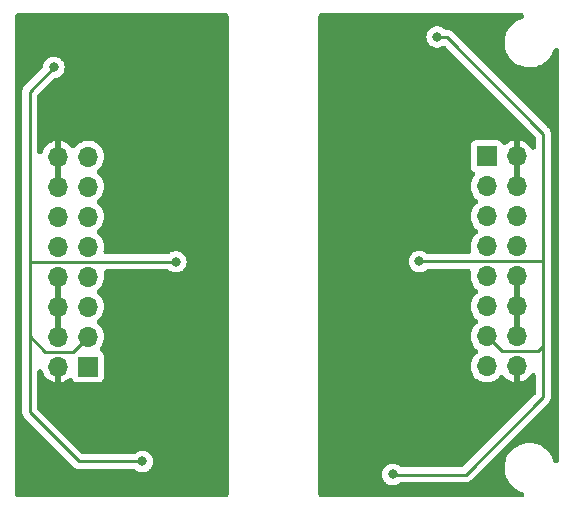
<source format=gbl>
G04 #@! TF.GenerationSoftware,KiCad,Pcbnew,(6.0.6)*
G04 #@! TF.CreationDate,2024-05-02T18:03:26+02:00*
G04 #@! TF.ProjectId,digital-isolator-2t6r,64696769-7461-46c2-9d69-736f6c61746f,rev?*
G04 #@! TF.SameCoordinates,Original*
G04 #@! TF.FileFunction,Copper,L2,Bot*
G04 #@! TF.FilePolarity,Positive*
%FSLAX46Y46*%
G04 Gerber Fmt 4.6, Leading zero omitted, Abs format (unit mm)*
G04 Created by KiCad (PCBNEW (6.0.6)) date 2024-05-02 18:03:26*
%MOMM*%
%LPD*%
G01*
G04 APERTURE LIST*
G04 #@! TA.AperFunction,ComponentPad*
%ADD10R,1.700000X1.700000*%
G04 #@! TD*
G04 #@! TA.AperFunction,ComponentPad*
%ADD11O,1.700000X1.700000*%
G04 #@! TD*
G04 #@! TA.AperFunction,ViaPad*
%ADD12C,0.800000*%
G04 #@! TD*
G04 #@! TA.AperFunction,Conductor*
%ADD13C,0.254000*%
G04 #@! TD*
G04 APERTURE END LIST*
D10*
X99050000Y-53275000D03*
D11*
X96510000Y-53275000D03*
X99050000Y-50735000D03*
X96510000Y-50735000D03*
X99050000Y-48195000D03*
X96510000Y-48195000D03*
X99050000Y-45655000D03*
X96510000Y-45655000D03*
X99050000Y-43115000D03*
X96510000Y-43115000D03*
X99050000Y-40575000D03*
X96510000Y-40575000D03*
X99050000Y-38035000D03*
X96510000Y-38035000D03*
X99050000Y-35495000D03*
X96510000Y-35495000D03*
D10*
X132800000Y-35475000D03*
D11*
X135340000Y-35475000D03*
X132800000Y-38015000D03*
X135340000Y-38015000D03*
X132800000Y-40555000D03*
X135340000Y-40555000D03*
X132800000Y-43095000D03*
X135340000Y-43095000D03*
X132800000Y-45635000D03*
X135340000Y-45635000D03*
X132800000Y-48175000D03*
X135340000Y-48175000D03*
X132800000Y-50715000D03*
X135340000Y-50715000D03*
X132800000Y-53255000D03*
X135340000Y-53255000D03*
D12*
X103759000Y-38836600D03*
X102590600Y-32639000D03*
X124841000Y-62407800D03*
X124663200Y-60325000D03*
X119507000Y-60502800D03*
X121208800Y-49250600D03*
X124002800Y-40233600D03*
X119507000Y-40513000D03*
X121234200Y-29337000D03*
X119583200Y-32893000D03*
X105638600Y-47320200D03*
X102870000Y-53009800D03*
X102870000Y-49022000D03*
X110210600Y-60502800D03*
X103638600Y-61315600D03*
X106476800Y-44399200D03*
X110185200Y-52908200D03*
X110109000Y-32893000D03*
X108305600Y-29337000D03*
X110185200Y-40538400D03*
X96150000Y-27950000D03*
X108250000Y-49250000D03*
X127101600Y-44373800D03*
X128600000Y-25380000D03*
D13*
X137600000Y-55846400D02*
X137600000Y-51500000D01*
X124866400Y-62433200D02*
X131013200Y-62433200D01*
X131013200Y-62433200D02*
X137600000Y-55846400D01*
X124841000Y-62407800D02*
X124866400Y-62433200D01*
X127105400Y-44370000D02*
X137547156Y-44370000D01*
X137547156Y-44370000D02*
X137588578Y-44411422D01*
X127101600Y-44373800D02*
X127105400Y-44370000D01*
X94100000Y-57143000D02*
X94100000Y-50700000D01*
X98272600Y-61315600D02*
X94100000Y-57143000D01*
X98272600Y-61315600D02*
X103638600Y-61315600D01*
X106476800Y-44399200D02*
X106476000Y-44400000D01*
X106476000Y-44400000D02*
X104367800Y-44400000D01*
X104367800Y-44400000D02*
X94100000Y-44400000D01*
X94100000Y-30000000D02*
X96150000Y-27950000D01*
X94100000Y-44400000D02*
X94100000Y-30000000D01*
X95420000Y-52020000D02*
X94100000Y-50700000D01*
X99050000Y-50735000D02*
X97765000Y-52020000D01*
X97765000Y-52020000D02*
X95420000Y-52020000D01*
X94100000Y-50700000D02*
X94100000Y-44400000D01*
X129420000Y-25380000D02*
X137600000Y-33560000D01*
X134065000Y-51980000D02*
X132800000Y-50715000D01*
X128600000Y-25380000D02*
X129420000Y-25380000D01*
X137120000Y-51980000D02*
X134065000Y-51980000D01*
X137600000Y-33560000D02*
X137600000Y-51500000D01*
X137600000Y-51500000D02*
X137120000Y-51980000D01*
G04 #@! TA.AperFunction,Conductor*
G36*
X110796288Y-23369454D02*
G01*
X110877070Y-23423430D01*
X110931046Y-23504212D01*
X110950000Y-23599500D01*
X110950000Y-64100500D01*
X110931046Y-64195788D01*
X110877070Y-64276570D01*
X110796288Y-64330546D01*
X110701000Y-64349500D01*
X93124500Y-64349500D01*
X93029212Y-64330546D01*
X92948430Y-64276570D01*
X92894454Y-64195788D01*
X92875500Y-64100500D01*
X92875500Y-29980133D01*
X93467825Y-29980133D01*
X93469299Y-29995726D01*
X93469299Y-29995729D01*
X93471395Y-30017898D01*
X93472500Y-30041332D01*
X93472500Y-44324294D01*
X93472009Y-44339928D01*
X93471696Y-44344898D01*
X93468761Y-44360286D01*
X93469745Y-44375920D01*
X93472009Y-44411912D01*
X93472500Y-44427547D01*
X93472500Y-50626534D01*
X93472250Y-50631844D01*
X93470320Y-50640477D01*
X93470812Y-50656134D01*
X93472377Y-50705945D01*
X93472500Y-50713765D01*
X93472500Y-57069534D01*
X93472250Y-57074844D01*
X93470320Y-57083477D01*
X93470812Y-57099134D01*
X93472377Y-57148945D01*
X93472500Y-57156765D01*
X93472500Y-57182476D01*
X93473481Y-57190241D01*
X93473622Y-57192476D01*
X93473991Y-57200298D01*
X93475299Y-57241943D01*
X93479670Y-57256988D01*
X93481069Y-57265821D01*
X93483188Y-57276053D01*
X93485420Y-57284746D01*
X93487384Y-57300293D01*
X93493151Y-57314858D01*
X93501347Y-57335560D01*
X93508945Y-57357752D01*
X93515161Y-57379149D01*
X93515163Y-57379154D01*
X93519532Y-57394191D01*
X93527507Y-57407676D01*
X93531063Y-57415893D01*
X93535665Y-57425288D01*
X93539980Y-57433137D01*
X93545747Y-57447703D01*
X93568048Y-57478397D01*
X93580925Y-57498001D01*
X93600237Y-57530656D01*
X93611314Y-57541733D01*
X93616800Y-57548806D01*
X93623598Y-57556765D01*
X93629730Y-57563295D01*
X93638937Y-57575967D01*
X93651007Y-57585952D01*
X93668156Y-57600139D01*
X93685508Y-57615927D01*
X97776945Y-61707364D01*
X97780520Y-61711293D01*
X97785260Y-61718762D01*
X97796674Y-61729480D01*
X97796676Y-61729483D01*
X97833002Y-61763595D01*
X97838619Y-61769038D01*
X97856805Y-61787224D01*
X97862980Y-61792014D01*
X97864694Y-61793525D01*
X97870479Y-61798789D01*
X97900833Y-61827293D01*
X97914559Y-61834839D01*
X97921793Y-61840095D01*
X97930546Y-61845844D01*
X97938256Y-61850404D01*
X97950638Y-61860008D01*
X97985456Y-61875075D01*
X98006516Y-61885393D01*
X98039766Y-61903672D01*
X98054939Y-61907568D01*
X98063290Y-61910874D01*
X98073153Y-61914251D01*
X98081769Y-61916754D01*
X98096142Y-61922974D01*
X98133607Y-61928907D01*
X98156586Y-61933666D01*
X98178150Y-61939203D01*
X98178151Y-61939203D01*
X98193328Y-61943100D01*
X98209001Y-61943100D01*
X98217883Y-61944222D01*
X98228300Y-61945042D01*
X98237256Y-61945324D01*
X98252733Y-61947775D01*
X98268326Y-61946301D01*
X98268329Y-61946301D01*
X98290498Y-61944205D01*
X98313932Y-61943100D01*
X102889352Y-61943100D01*
X102984640Y-61962054D01*
X103035710Y-61990654D01*
X103043282Y-61996155D01*
X103185870Y-62099751D01*
X103197789Y-62105058D01*
X103197793Y-62105060D01*
X103264607Y-62134807D01*
X103358797Y-62176744D01*
X103543954Y-62216100D01*
X103733246Y-62216100D01*
X103918403Y-62176744D01*
X104012593Y-62134807D01*
X104079407Y-62105060D01*
X104079411Y-62105058D01*
X104091330Y-62099751D01*
X104101886Y-62092082D01*
X104233919Y-61996155D01*
X104233922Y-61996152D01*
X104244471Y-61988488D01*
X104253199Y-61978795D01*
X104362399Y-61857517D01*
X104362403Y-61857512D01*
X104371133Y-61847816D01*
X104465779Y-61683884D01*
X104524274Y-61503856D01*
X104544060Y-61315600D01*
X104524274Y-61127344D01*
X104465779Y-60947316D01*
X104371133Y-60783384D01*
X104362403Y-60773688D01*
X104362399Y-60773683D01*
X104253199Y-60652405D01*
X104253197Y-60652403D01*
X104244471Y-60642712D01*
X104233922Y-60635048D01*
X104233919Y-60635045D01*
X104101886Y-60539118D01*
X104101884Y-60539117D01*
X104091330Y-60531449D01*
X104079411Y-60526142D01*
X104079407Y-60526140D01*
X104012593Y-60496393D01*
X103918403Y-60454456D01*
X103733246Y-60415100D01*
X103543954Y-60415100D01*
X103358797Y-60454456D01*
X103264607Y-60496393D01*
X103197793Y-60526140D01*
X103197789Y-60526142D01*
X103185870Y-60531449D01*
X103175316Y-60539117D01*
X103175314Y-60539118D01*
X103035710Y-60640546D01*
X102947479Y-60681220D01*
X102889352Y-60688100D01*
X98635659Y-60688100D01*
X98540371Y-60669146D01*
X98459589Y-60615170D01*
X94800430Y-56956011D01*
X94746454Y-56875229D01*
X94727500Y-56779941D01*
X94727500Y-53729964D01*
X94746454Y-53634676D01*
X94800430Y-53553894D01*
X94881212Y-53499918D01*
X94976500Y-53480964D01*
X95071788Y-53499918D01*
X95152570Y-53553894D01*
X95206546Y-53634676D01*
X95217016Y-53665518D01*
X95233757Y-53727995D01*
X95241164Y-53748344D01*
X95331805Y-53942725D01*
X95342635Y-53961482D01*
X95465653Y-54137170D01*
X95479576Y-54153764D01*
X95631239Y-54305427D01*
X95647823Y-54319343D01*
X95823522Y-54442369D01*
X95842268Y-54453192D01*
X96036657Y-54543837D01*
X96057014Y-54551246D01*
X96236309Y-54599288D01*
X96257123Y-54600652D01*
X96259011Y-54596825D01*
X96260000Y-54589311D01*
X96260000Y-52896500D01*
X96278954Y-52801212D01*
X96332930Y-52720430D01*
X96413712Y-52666454D01*
X96509000Y-52647500D01*
X96511000Y-52647500D01*
X96606288Y-52666454D01*
X96687070Y-52720430D01*
X96741046Y-52801212D01*
X96760000Y-52896500D01*
X96760000Y-54581109D01*
X96764069Y-54601567D01*
X96768257Y-54602400D01*
X96775771Y-54601410D01*
X96962986Y-54551246D01*
X96983343Y-54543837D01*
X97177732Y-54453192D01*
X97196478Y-54442369D01*
X97372172Y-54319346D01*
X97386648Y-54307199D01*
X97471826Y-54260468D01*
X97568404Y-54249890D01*
X97661678Y-54277076D01*
X97737448Y-54337887D01*
X97754732Y-54363178D01*
X97756474Y-54367824D01*
X97767109Y-54382014D01*
X97767110Y-54382016D01*
X97812343Y-54442369D01*
X97842454Y-54482546D01*
X97957176Y-54568526D01*
X97973787Y-54574753D01*
X98076804Y-54613372D01*
X98076805Y-54613372D01*
X98091420Y-54618851D01*
X98152623Y-54625500D01*
X99049400Y-54625500D01*
X99947376Y-54625499D01*
X100008580Y-54618851D01*
X100142824Y-54568526D01*
X100257546Y-54482546D01*
X100343526Y-54367824D01*
X100393851Y-54233580D01*
X100400500Y-54172377D01*
X100400499Y-52377624D01*
X100393851Y-52316420D01*
X100343526Y-52182176D01*
X100257546Y-52067454D01*
X100146472Y-51984208D01*
X100146466Y-51984203D01*
X100142824Y-51981474D01*
X100142972Y-51981277D01*
X100079334Y-51927970D01*
X100034400Y-51841831D01*
X100025850Y-51745053D01*
X100054986Y-51652369D01*
X100081884Y-51613012D01*
X100088495Y-51606401D01*
X100224035Y-51412829D01*
X100267523Y-51319570D01*
X100319307Y-51208520D01*
X100319309Y-51208516D01*
X100323903Y-51198663D01*
X100385063Y-50970408D01*
X100405659Y-50735000D01*
X100385063Y-50499592D01*
X100323903Y-50271337D01*
X100224035Y-50057171D01*
X100088495Y-49863599D01*
X99921401Y-49696505D01*
X99912497Y-49690270D01*
X99882075Y-49668968D01*
X99814892Y-49598786D01*
X99779680Y-49508237D01*
X99781800Y-49411105D01*
X99820929Y-49322178D01*
X99882075Y-49261032D01*
X99912497Y-49239730D01*
X99912499Y-49239728D01*
X99921401Y-49233495D01*
X100088495Y-49066401D01*
X100224035Y-48872829D01*
X100323903Y-48658663D01*
X100385063Y-48430408D01*
X100405659Y-48195000D01*
X100385063Y-47959592D01*
X100323903Y-47731337D01*
X100224035Y-47517171D01*
X100088495Y-47323599D01*
X99921401Y-47156505D01*
X99912497Y-47150270D01*
X99882075Y-47128968D01*
X99814892Y-47058786D01*
X99779680Y-46968237D01*
X99781800Y-46871105D01*
X99820929Y-46782178D01*
X99882075Y-46721032D01*
X99912497Y-46699730D01*
X99912499Y-46699728D01*
X99921401Y-46693495D01*
X100088495Y-46526401D01*
X100224035Y-46332829D01*
X100323903Y-46118663D01*
X100385063Y-45890408D01*
X100405659Y-45655000D01*
X100385063Y-45419592D01*
X100363990Y-45340945D01*
X100357636Y-45243998D01*
X100388866Y-45151999D01*
X100452925Y-45078954D01*
X100540061Y-45035984D01*
X100604506Y-45027500D01*
X105728653Y-45027500D01*
X105823941Y-45046454D01*
X105875011Y-45075054D01*
X105881482Y-45079755D01*
X106024070Y-45183351D01*
X106035989Y-45188658D01*
X106035993Y-45188660D01*
X106102807Y-45218407D01*
X106196997Y-45260344D01*
X106382154Y-45299700D01*
X106571446Y-45299700D01*
X106756603Y-45260344D01*
X106850793Y-45218407D01*
X106917607Y-45188660D01*
X106917611Y-45188658D01*
X106929530Y-45183351D01*
X106972683Y-45151999D01*
X107072119Y-45079755D01*
X107072122Y-45079752D01*
X107082671Y-45072088D01*
X107105752Y-45046454D01*
X107200599Y-44941117D01*
X107200603Y-44941112D01*
X107209333Y-44931416D01*
X107303979Y-44767484D01*
X107362474Y-44587456D01*
X107382260Y-44399200D01*
X107362474Y-44210944D01*
X107303979Y-44030916D01*
X107209333Y-43866984D01*
X107200603Y-43857288D01*
X107200599Y-43857283D01*
X107091399Y-43736005D01*
X107091397Y-43736003D01*
X107082671Y-43726312D01*
X107072122Y-43718648D01*
X107072119Y-43718645D01*
X106940086Y-43622718D01*
X106940084Y-43622717D01*
X106929530Y-43615049D01*
X106917611Y-43609742D01*
X106917607Y-43609740D01*
X106847807Y-43578663D01*
X106756603Y-43538056D01*
X106571446Y-43498700D01*
X106382154Y-43498700D01*
X106196997Y-43538056D01*
X106105793Y-43578663D01*
X106035993Y-43609740D01*
X106035989Y-43609742D01*
X106024070Y-43615049D01*
X106013516Y-43622717D01*
X106013514Y-43622718D01*
X105872809Y-43724946D01*
X105784578Y-43765620D01*
X105726451Y-43772500D01*
X100596467Y-43772500D01*
X100501179Y-43753546D01*
X100420397Y-43699570D01*
X100366421Y-43618788D01*
X100347467Y-43523500D01*
X100355952Y-43459054D01*
X100382248Y-43360917D01*
X100382250Y-43360908D01*
X100385063Y-43350408D01*
X100405659Y-43115000D01*
X100385063Y-42879592D01*
X100323903Y-42651337D01*
X100224035Y-42437171D01*
X100088495Y-42243599D01*
X99921401Y-42076505D01*
X99912497Y-42070270D01*
X99882075Y-42048968D01*
X99814892Y-41978786D01*
X99779680Y-41888237D01*
X99781800Y-41791105D01*
X99820929Y-41702178D01*
X99882075Y-41641032D01*
X99912497Y-41619730D01*
X99912499Y-41619728D01*
X99921401Y-41613495D01*
X100088495Y-41446401D01*
X100224035Y-41252829D01*
X100323903Y-41038663D01*
X100385063Y-40810408D01*
X100405659Y-40575000D01*
X100385063Y-40339592D01*
X100323903Y-40111337D01*
X100224035Y-39897171D01*
X100088495Y-39703599D01*
X99921401Y-39536505D01*
X99912497Y-39530270D01*
X99882075Y-39508968D01*
X99814892Y-39438786D01*
X99779680Y-39348237D01*
X99781800Y-39251105D01*
X99820929Y-39162178D01*
X99882075Y-39101032D01*
X99912497Y-39079730D01*
X99912499Y-39079728D01*
X99921401Y-39073495D01*
X100088495Y-38906401D01*
X100224035Y-38712829D01*
X100323903Y-38498663D01*
X100385063Y-38270408D01*
X100405659Y-38035000D01*
X100385063Y-37799592D01*
X100323903Y-37571337D01*
X100224035Y-37357171D01*
X100088495Y-37163599D01*
X99921401Y-36996505D01*
X99912497Y-36990270D01*
X99882075Y-36968968D01*
X99814892Y-36898786D01*
X99779680Y-36808237D01*
X99781800Y-36711105D01*
X99820929Y-36622178D01*
X99882075Y-36561032D01*
X99912497Y-36539730D01*
X99912499Y-36539728D01*
X99921401Y-36533495D01*
X100088495Y-36366401D01*
X100224035Y-36172829D01*
X100323903Y-35958663D01*
X100385063Y-35730408D01*
X100405659Y-35495000D01*
X100385063Y-35259592D01*
X100323903Y-35031337D01*
X100224035Y-34817171D01*
X100088495Y-34623599D01*
X99921401Y-34456505D01*
X99912503Y-34450275D01*
X99912500Y-34450272D01*
X99736729Y-34327196D01*
X99736728Y-34327195D01*
X99727830Y-34320965D01*
X99717985Y-34316374D01*
X99717983Y-34316373D01*
X99524533Y-34226166D01*
X99513663Y-34221097D01*
X99503165Y-34218284D01*
X99503162Y-34218283D01*
X99325621Y-34170712D01*
X99285408Y-34159937D01*
X99274575Y-34158989D01*
X99274574Y-34158989D01*
X99060835Y-34140289D01*
X99050000Y-34139341D01*
X99039165Y-34140289D01*
X98825426Y-34158989D01*
X98825425Y-34158989D01*
X98814592Y-34159937D01*
X98586337Y-34221097D01*
X98576484Y-34225691D01*
X98576480Y-34225693D01*
X98382027Y-34316369D01*
X98372171Y-34320965D01*
X98178599Y-34456505D01*
X98011505Y-34623599D01*
X98005269Y-34632505D01*
X97983662Y-34663363D01*
X97913480Y-34730546D01*
X97822931Y-34765758D01*
X97725799Y-34763638D01*
X97636872Y-34724509D01*
X97575724Y-34663360D01*
X97554345Y-34632827D01*
X97540424Y-34616236D01*
X97388761Y-34464573D01*
X97372177Y-34450657D01*
X97196478Y-34327631D01*
X97177732Y-34316808D01*
X96983343Y-34226163D01*
X96962986Y-34218754D01*
X96783691Y-34170712D01*
X96762877Y-34169348D01*
X96760989Y-34173175D01*
X96760000Y-34180689D01*
X96760000Y-38036000D01*
X96741046Y-38131288D01*
X96687070Y-38212070D01*
X96606288Y-38266046D01*
X96511000Y-38285000D01*
X96509000Y-38285000D01*
X96413712Y-38266046D01*
X96332930Y-38212070D01*
X96278954Y-38131288D01*
X96260000Y-38036000D01*
X96260000Y-34188891D01*
X96255931Y-34168433D01*
X96251743Y-34167600D01*
X96244229Y-34168590D01*
X96057015Y-34218754D01*
X96036652Y-34226166D01*
X95842275Y-34316805D01*
X95823518Y-34327635D01*
X95647830Y-34450653D01*
X95631236Y-34464576D01*
X95479576Y-34616236D01*
X95465653Y-34632830D01*
X95342635Y-34808518D01*
X95331805Y-34827275D01*
X95241164Y-35021656D01*
X95233757Y-35042005D01*
X95217016Y-35104482D01*
X95174045Y-35191617D01*
X95101000Y-35255676D01*
X95009001Y-35286906D01*
X94912054Y-35280552D01*
X94824919Y-35237581D01*
X94760860Y-35164536D01*
X94729630Y-35072537D01*
X94727500Y-35040036D01*
X94727500Y-30363059D01*
X94746454Y-30267771D01*
X94800430Y-30186989D01*
X96063989Y-28923430D01*
X96144771Y-28869454D01*
X96218919Y-28854705D01*
X96218620Y-28851864D01*
X96231597Y-28850500D01*
X96244646Y-28850500D01*
X96429803Y-28811144D01*
X96523993Y-28769207D01*
X96590807Y-28739460D01*
X96590811Y-28739458D01*
X96602730Y-28734151D01*
X96613286Y-28726482D01*
X96745319Y-28630555D01*
X96745322Y-28630552D01*
X96755871Y-28622888D01*
X96764599Y-28613195D01*
X96873799Y-28491917D01*
X96873803Y-28491912D01*
X96882533Y-28482216D01*
X96977179Y-28318284D01*
X97035674Y-28138256D01*
X97055460Y-27950000D01*
X97035674Y-27761744D01*
X96977179Y-27581716D01*
X96882533Y-27417784D01*
X96873803Y-27408088D01*
X96873799Y-27408083D01*
X96764599Y-27286805D01*
X96764597Y-27286803D01*
X96755871Y-27277112D01*
X96745322Y-27269448D01*
X96745319Y-27269445D01*
X96613286Y-27173518D01*
X96613284Y-27173517D01*
X96602730Y-27165849D01*
X96590811Y-27160542D01*
X96590807Y-27160540D01*
X96523993Y-27130793D01*
X96429803Y-27088856D01*
X96244646Y-27049500D01*
X96055354Y-27049500D01*
X95870197Y-27088856D01*
X95776007Y-27130793D01*
X95709193Y-27160540D01*
X95709189Y-27160542D01*
X95697270Y-27165849D01*
X95686716Y-27173517D01*
X95686714Y-27173518D01*
X95554681Y-27269445D01*
X95554678Y-27269448D01*
X95544129Y-27277112D01*
X95535403Y-27286803D01*
X95535401Y-27286805D01*
X95426201Y-27408083D01*
X95426197Y-27408088D01*
X95417467Y-27417784D01*
X95322821Y-27581716D01*
X95264326Y-27761744D01*
X95262962Y-27774722D01*
X95251638Y-27882466D01*
X95222828Y-27975251D01*
X95180072Y-28032509D01*
X93708236Y-29504345D01*
X93704307Y-29507920D01*
X93696838Y-29512660D01*
X93686120Y-29524074D01*
X93686117Y-29524076D01*
X93652005Y-29560402D01*
X93646562Y-29566019D01*
X93628377Y-29584204D01*
X93623587Y-29590379D01*
X93622076Y-29592093D01*
X93616812Y-29597878D01*
X93588307Y-29628233D01*
X93580761Y-29641959D01*
X93575505Y-29649193D01*
X93569756Y-29657946D01*
X93565196Y-29665656D01*
X93555592Y-29678038D01*
X93549370Y-29692416D01*
X93540528Y-29712849D01*
X93530207Y-29733916D01*
X93511928Y-29767166D01*
X93508032Y-29782339D01*
X93504726Y-29790690D01*
X93501349Y-29800553D01*
X93498846Y-29809169D01*
X93492626Y-29823542D01*
X93490176Y-29839014D01*
X93486693Y-29861005D01*
X93481934Y-29883986D01*
X93472500Y-29920728D01*
X93472500Y-29936401D01*
X93471378Y-29945283D01*
X93470558Y-29955700D01*
X93470276Y-29964656D01*
X93467825Y-29980133D01*
X92875500Y-29980133D01*
X92875500Y-23599500D01*
X92894454Y-23504212D01*
X92948430Y-23423430D01*
X93029212Y-23369454D01*
X93124500Y-23350500D01*
X110701000Y-23350500D01*
X110796288Y-23369454D01*
G37*
G04 #@! TD.AperFunction*
G04 #@! TA.AperFunction,Conductor*
G36*
X96606288Y-45423954D02*
G01*
X96687070Y-45477930D01*
X96741046Y-45558712D01*
X96760000Y-45654000D01*
X96760000Y-51143500D01*
X96741046Y-51238788D01*
X96687070Y-51319570D01*
X96606288Y-51373546D01*
X96511000Y-51392500D01*
X96509000Y-51392500D01*
X96413712Y-51373546D01*
X96332930Y-51319570D01*
X96278954Y-51238788D01*
X96260000Y-51143500D01*
X96260000Y-45654000D01*
X96278954Y-45558712D01*
X96332930Y-45477930D01*
X96413712Y-45423954D01*
X96509000Y-45405000D01*
X96511000Y-45405000D01*
X96606288Y-45423954D01*
G37*
G04 #@! TD.AperFunction*
G04 #@! TA.AperFunction,Conductor*
G36*
X135831905Y-23369454D02*
G01*
X135912687Y-23423430D01*
X135966663Y-23504212D01*
X135985617Y-23599500D01*
X135966663Y-23694788D01*
X135912687Y-23775570D01*
X135831905Y-23829546D01*
X135819735Y-23834218D01*
X135583842Y-23917752D01*
X135576321Y-23921634D01*
X135576316Y-23921636D01*
X135464589Y-23979303D01*
X135329342Y-24049109D01*
X135095024Y-24213791D01*
X134885224Y-24408749D01*
X134879850Y-24415315D01*
X134709194Y-24623814D01*
X134709189Y-24623821D01*
X134703823Y-24630377D01*
X134688308Y-24655695D01*
X134578068Y-24835592D01*
X134554180Y-24874573D01*
X134439062Y-25136818D01*
X134436742Y-25144961D01*
X134436741Y-25144965D01*
X134423416Y-25191744D01*
X134360600Y-25412261D01*
X134320246Y-25695804D01*
X134319912Y-25759589D01*
X134319063Y-25921917D01*
X134318747Y-25982200D01*
X134356129Y-26266149D01*
X134431702Y-26542398D01*
X134544068Y-26805835D01*
X134548422Y-26813110D01*
X134548423Y-26813112D01*
X134560116Y-26832650D01*
X134691146Y-27051585D01*
X134870215Y-27275100D01*
X135077962Y-27472245D01*
X135310543Y-27639371D01*
X135563653Y-27773386D01*
X135832610Y-27871810D01*
X135840883Y-27873614D01*
X135840887Y-27873615D01*
X136104147Y-27931015D01*
X136104151Y-27931016D01*
X136112436Y-27932822D01*
X136120887Y-27933487D01*
X136120893Y-27933488D01*
X136220698Y-27941343D01*
X136337053Y-27950500D01*
X136491992Y-27950500D01*
X136616517Y-27942011D01*
X136697278Y-27936505D01*
X136697283Y-27936504D01*
X136705737Y-27935928D01*
X136714031Y-27934210D01*
X136714034Y-27934210D01*
X136977890Y-27879568D01*
X136986186Y-27877850D01*
X137256158Y-27782248D01*
X137263679Y-27778366D01*
X137263684Y-27778364D01*
X137375411Y-27720697D01*
X137510658Y-27650891D01*
X137744976Y-27486209D01*
X137954776Y-27291251D01*
X137998855Y-27237397D01*
X138130806Y-27076186D01*
X138130811Y-27076179D01*
X138136177Y-27069623D01*
X138285820Y-26825427D01*
X138400938Y-26563182D01*
X138406859Y-26542398D01*
X138436026Y-26440005D01*
X138480360Y-26353555D01*
X138554403Y-26290652D01*
X138646881Y-26260871D01*
X138743716Y-26268747D01*
X138830166Y-26313081D01*
X138893069Y-26387124D01*
X138922850Y-26479602D01*
X138924500Y-26508221D01*
X138924500Y-61190692D01*
X138905546Y-61285980D01*
X138851570Y-61366762D01*
X138770788Y-61420738D01*
X138675500Y-61439692D01*
X138580212Y-61420738D01*
X138499430Y-61366762D01*
X138445454Y-61285980D01*
X138435325Y-61256396D01*
X138410534Y-61165777D01*
X138408298Y-61157602D01*
X138295932Y-60894165D01*
X138284207Y-60874573D01*
X138153211Y-60655695D01*
X138148854Y-60648415D01*
X137969785Y-60424900D01*
X137762038Y-60227755D01*
X137529457Y-60060629D01*
X137276347Y-59926614D01*
X137007390Y-59828190D01*
X136999117Y-59826386D01*
X136999113Y-59826385D01*
X136735853Y-59768985D01*
X136735849Y-59768984D01*
X136727564Y-59767178D01*
X136719113Y-59766513D01*
X136719107Y-59766512D01*
X136619302Y-59758657D01*
X136502947Y-59749500D01*
X136348008Y-59749500D01*
X136223483Y-59757989D01*
X136142722Y-59763495D01*
X136142717Y-59763496D01*
X136134263Y-59764072D01*
X136125969Y-59765790D01*
X136125966Y-59765790D01*
X135877041Y-59817340D01*
X135853814Y-59822150D01*
X135583842Y-59917752D01*
X135576321Y-59921634D01*
X135576316Y-59921636D01*
X135464589Y-59979303D01*
X135329342Y-60049109D01*
X135095024Y-60213791D01*
X134885224Y-60408749D01*
X134879850Y-60415315D01*
X134709194Y-60623814D01*
X134709189Y-60623821D01*
X134703823Y-60630377D01*
X134554180Y-60874573D01*
X134439062Y-61136818D01*
X134436742Y-61144961D01*
X134436741Y-61144965D01*
X134407494Y-61247640D01*
X134360600Y-61412261D01*
X134320246Y-61695804D01*
X134318747Y-61982200D01*
X134356129Y-62266149D01*
X134431702Y-62542398D01*
X134544068Y-62805835D01*
X134548422Y-62813110D01*
X134548423Y-62813112D01*
X134560116Y-62832650D01*
X134691146Y-63051585D01*
X134870215Y-63275100D01*
X135077962Y-63472245D01*
X135310543Y-63639371D01*
X135563653Y-63773386D01*
X135816138Y-63865782D01*
X135818551Y-63866665D01*
X135901522Y-63917212D01*
X135958834Y-63995662D01*
X135981762Y-64090073D01*
X135966815Y-64186071D01*
X135916268Y-64269042D01*
X135837818Y-64326354D01*
X135743407Y-64349282D01*
X135732980Y-64349500D01*
X118799000Y-64349500D01*
X118703712Y-64330546D01*
X118622930Y-64276570D01*
X118568954Y-64195788D01*
X118550000Y-64100500D01*
X118550000Y-62407800D01*
X123935540Y-62407800D01*
X123955326Y-62596056D01*
X124013821Y-62776084D01*
X124108467Y-62940016D01*
X124117197Y-62949712D01*
X124117201Y-62949717D01*
X124223326Y-63067580D01*
X124235129Y-63080688D01*
X124245678Y-63088352D01*
X124245681Y-63088355D01*
X124273070Y-63108254D01*
X124388270Y-63191951D01*
X124400189Y-63197258D01*
X124400193Y-63197260D01*
X124467007Y-63227007D01*
X124561197Y-63268944D01*
X124746354Y-63308300D01*
X124935646Y-63308300D01*
X125120803Y-63268944D01*
X125214993Y-63227007D01*
X125281807Y-63197260D01*
X125281811Y-63197258D01*
X125293730Y-63191951D01*
X125408930Y-63108254D01*
X125497161Y-63067580D01*
X125555288Y-63060700D01*
X130939734Y-63060700D01*
X130945044Y-63060950D01*
X130953677Y-63062880D01*
X131019146Y-63060823D01*
X131026965Y-63060700D01*
X131052676Y-63060700D01*
X131060441Y-63059719D01*
X131062676Y-63059578D01*
X131070498Y-63059209D01*
X131081744Y-63058856D01*
X131096482Y-63058393D01*
X131112143Y-63057901D01*
X131127188Y-63053530D01*
X131136021Y-63052131D01*
X131146253Y-63050012D01*
X131154946Y-63047780D01*
X131170493Y-63045816D01*
X131205761Y-63031853D01*
X131227952Y-63024255D01*
X131249349Y-63018039D01*
X131249354Y-63018037D01*
X131264391Y-63013668D01*
X131277876Y-63005693D01*
X131286093Y-63002137D01*
X131295488Y-62997535D01*
X131303337Y-62993220D01*
X131317903Y-62987453D01*
X131348597Y-62965152D01*
X131368201Y-62952275D01*
X131387367Y-62940940D01*
X131400856Y-62932963D01*
X131411933Y-62921886D01*
X131419006Y-62916400D01*
X131426965Y-62909602D01*
X131433495Y-62903470D01*
X131446167Y-62894263D01*
X131470339Y-62865044D01*
X131486127Y-62847692D01*
X137991764Y-56342055D01*
X137995693Y-56338480D01*
X138003162Y-56333740D01*
X138013880Y-56322326D01*
X138013883Y-56322324D01*
X138047995Y-56285998D01*
X138053438Y-56280381D01*
X138071623Y-56262196D01*
X138076413Y-56256021D01*
X138077924Y-56254307D01*
X138083188Y-56248522D01*
X138100970Y-56229586D01*
X138100971Y-56229585D01*
X138111693Y-56218167D01*
X138119239Y-56204441D01*
X138124495Y-56197207D01*
X138130244Y-56188454D01*
X138134804Y-56180744D01*
X138144408Y-56168362D01*
X138159475Y-56133544D01*
X138169793Y-56112484D01*
X138180525Y-56092962D01*
X138188072Y-56079234D01*
X138191968Y-56064061D01*
X138195274Y-56055710D01*
X138198651Y-56045847D01*
X138201154Y-56037231D01*
X138207374Y-56022858D01*
X138213307Y-55985393D01*
X138218066Y-55962414D01*
X138223603Y-55940850D01*
X138223603Y-55940849D01*
X138227500Y-55925672D01*
X138227500Y-55909999D01*
X138228622Y-55901117D01*
X138229442Y-55890700D01*
X138229724Y-55881744D01*
X138232175Y-55866267D01*
X138228605Y-55828502D01*
X138227500Y-55805068D01*
X138227500Y-51568978D01*
X138229442Y-51544300D01*
X138229724Y-51535344D01*
X138232175Y-51519867D01*
X138228605Y-51482102D01*
X138227500Y-51458668D01*
X138227500Y-33633466D01*
X138227750Y-33628156D01*
X138229680Y-33619523D01*
X138227623Y-33554054D01*
X138227500Y-33546235D01*
X138227500Y-33520524D01*
X138226519Y-33512759D01*
X138226378Y-33510524D01*
X138226009Y-33502699D01*
X138225193Y-33476718D01*
X138224701Y-33461057D01*
X138220330Y-33446012D01*
X138218931Y-33437179D01*
X138216812Y-33426947D01*
X138214580Y-33418254D01*
X138212616Y-33402707D01*
X138198653Y-33367439D01*
X138191055Y-33345248D01*
X138184839Y-33323851D01*
X138184837Y-33323846D01*
X138180468Y-33308809D01*
X138172493Y-33295324D01*
X138168937Y-33287107D01*
X138164335Y-33277712D01*
X138160020Y-33269863D01*
X138154253Y-33255297D01*
X138131952Y-33224603D01*
X138119075Y-33204999D01*
X138107740Y-33185833D01*
X138099763Y-33172344D01*
X138088686Y-33161267D01*
X138083200Y-33154194D01*
X138076402Y-33146235D01*
X138070270Y-33139705D01*
X138061063Y-33127033D01*
X138031844Y-33102861D01*
X138014492Y-33087073D01*
X129915655Y-24988236D01*
X129912080Y-24984307D01*
X129907340Y-24976838D01*
X129895926Y-24966120D01*
X129895924Y-24966117D01*
X129859598Y-24932005D01*
X129853981Y-24926562D01*
X129835796Y-24908377D01*
X129829621Y-24903587D01*
X129827907Y-24902076D01*
X129822122Y-24896812D01*
X129803186Y-24879030D01*
X129803185Y-24879029D01*
X129791767Y-24868307D01*
X129778041Y-24860761D01*
X129770807Y-24855505D01*
X129762054Y-24849756D01*
X129754344Y-24845196D01*
X129741962Y-24835592D01*
X129707144Y-24820525D01*
X129686084Y-24810207D01*
X129666562Y-24799475D01*
X129652834Y-24791928D01*
X129637661Y-24788032D01*
X129629310Y-24784726D01*
X129619447Y-24781349D01*
X129610831Y-24778846D01*
X129596458Y-24772626D01*
X129558993Y-24766693D01*
X129536014Y-24761934D01*
X129514450Y-24756397D01*
X129514449Y-24756397D01*
X129499272Y-24752500D01*
X129483599Y-24752500D01*
X129474717Y-24751378D01*
X129464300Y-24750558D01*
X129455344Y-24750276D01*
X129439867Y-24747825D01*
X129424274Y-24749299D01*
X129424271Y-24749299D01*
X129402102Y-24751395D01*
X129378668Y-24752500D01*
X129349248Y-24752500D01*
X129253960Y-24733546D01*
X129202890Y-24704946D01*
X129063286Y-24603518D01*
X129063284Y-24603517D01*
X129052730Y-24595849D01*
X129040811Y-24590542D01*
X129040807Y-24590540D01*
X128973993Y-24560793D01*
X128879803Y-24518856D01*
X128694646Y-24479500D01*
X128505354Y-24479500D01*
X128320197Y-24518856D01*
X128226007Y-24560793D01*
X128159193Y-24590540D01*
X128159189Y-24590542D01*
X128147270Y-24595849D01*
X128136716Y-24603517D01*
X128136714Y-24603518D01*
X128004681Y-24699445D01*
X128004678Y-24699448D01*
X127994129Y-24707112D01*
X127985403Y-24716803D01*
X127985401Y-24716805D01*
X127876201Y-24838083D01*
X127876197Y-24838088D01*
X127867467Y-24847784D01*
X127772821Y-25011716D01*
X127768788Y-25024129D01*
X127727954Y-25149803D01*
X127714326Y-25191744D01*
X127694540Y-25380000D01*
X127714326Y-25568256D01*
X127772821Y-25748284D01*
X127867467Y-25912216D01*
X127876197Y-25921912D01*
X127876201Y-25921917D01*
X127950286Y-26004196D01*
X127994129Y-26052888D01*
X128004678Y-26060552D01*
X128004681Y-26060555D01*
X128110147Y-26137180D01*
X128147270Y-26164151D01*
X128159189Y-26169458D01*
X128159193Y-26169460D01*
X128183208Y-26180152D01*
X128320197Y-26241144D01*
X128505354Y-26280500D01*
X128694646Y-26280500D01*
X128879803Y-26241144D01*
X129016792Y-26180152D01*
X129040809Y-26169459D01*
X129040812Y-26169457D01*
X129052730Y-26164151D01*
X129057357Y-26160789D01*
X129145640Y-26130823D01*
X129242586Y-26137180D01*
X129329721Y-26180152D01*
X129354205Y-26201624D01*
X136899570Y-33746989D01*
X136953546Y-33827771D01*
X136972500Y-33923059D01*
X136972500Y-34664875D01*
X136953546Y-34760163D01*
X136899570Y-34840945D01*
X136818788Y-34894921D01*
X136723500Y-34913875D01*
X136628212Y-34894921D01*
X136547430Y-34840945D01*
X136513883Y-34797224D01*
X136513600Y-34797422D01*
X136509060Y-34790939D01*
X136507859Y-34789373D01*
X136507365Y-34788518D01*
X136384347Y-34612830D01*
X136370424Y-34596236D01*
X136218761Y-34444573D01*
X136202177Y-34430657D01*
X136026478Y-34307631D01*
X136007732Y-34296808D01*
X135813343Y-34206163D01*
X135792986Y-34198754D01*
X135613691Y-34150712D01*
X135592877Y-34149348D01*
X135590989Y-34153175D01*
X135590000Y-34160689D01*
X135590000Y-38016000D01*
X135571046Y-38111288D01*
X135517070Y-38192070D01*
X135436288Y-38246046D01*
X135341000Y-38265000D01*
X135339000Y-38265000D01*
X135243712Y-38246046D01*
X135162930Y-38192070D01*
X135108954Y-38111288D01*
X135090000Y-38016000D01*
X135090000Y-34168891D01*
X135085931Y-34148433D01*
X135081743Y-34147600D01*
X135074229Y-34148590D01*
X134887015Y-34198754D01*
X134866652Y-34206166D01*
X134672275Y-34296805D01*
X134653518Y-34307635D01*
X134477829Y-34430653D01*
X134463348Y-34442804D01*
X134378169Y-34489533D01*
X134281591Y-34500109D01*
X134188318Y-34472921D01*
X134112549Y-34412109D01*
X134095268Y-34386822D01*
X134093526Y-34382176D01*
X134082888Y-34367981D01*
X134018187Y-34281652D01*
X134007546Y-34267454D01*
X133892824Y-34181474D01*
X133802464Y-34147600D01*
X133773196Y-34136628D01*
X133773195Y-34136628D01*
X133758580Y-34131149D01*
X133697377Y-34124500D01*
X132800600Y-34124500D01*
X131902624Y-34124501D01*
X131841420Y-34131149D01*
X131707176Y-34181474D01*
X131592454Y-34267454D01*
X131506474Y-34382176D01*
X131500247Y-34398787D01*
X131462264Y-34500109D01*
X131456149Y-34516420D01*
X131449500Y-34577623D01*
X131449501Y-36372376D01*
X131456149Y-36433580D01*
X131506474Y-36567824D01*
X131592454Y-36682546D01*
X131703528Y-36765792D01*
X131703534Y-36765797D01*
X131707176Y-36768526D01*
X131707028Y-36768723D01*
X131770666Y-36822030D01*
X131815600Y-36908169D01*
X131824150Y-37004947D01*
X131795014Y-37097631D01*
X131768116Y-37136988D01*
X131761505Y-37143599D01*
X131625965Y-37337171D01*
X131621369Y-37347027D01*
X131571545Y-37453875D01*
X131526097Y-37551337D01*
X131464937Y-37779592D01*
X131444341Y-38015000D01*
X131464937Y-38250408D01*
X131526097Y-38478663D01*
X131625965Y-38692829D01*
X131761505Y-38886401D01*
X131928599Y-39053495D01*
X131937501Y-39059728D01*
X131937503Y-39059730D01*
X131967923Y-39081030D01*
X132035108Y-39151211D01*
X132070321Y-39241760D01*
X132068202Y-39338892D01*
X132029074Y-39427819D01*
X131967926Y-39488968D01*
X131928599Y-39516505D01*
X131761505Y-39683599D01*
X131625965Y-39877171D01*
X131526097Y-40091337D01*
X131464937Y-40319592D01*
X131444341Y-40555000D01*
X131464937Y-40790408D01*
X131526097Y-41018663D01*
X131625965Y-41232829D01*
X131761505Y-41426401D01*
X131928599Y-41593495D01*
X131937501Y-41599728D01*
X131937503Y-41599730D01*
X131967923Y-41621030D01*
X132035108Y-41691211D01*
X132070321Y-41781760D01*
X132068202Y-41878892D01*
X132029074Y-41967819D01*
X131967926Y-42028968D01*
X131928599Y-42056505D01*
X131761505Y-42223599D01*
X131625965Y-42417171D01*
X131526097Y-42631337D01*
X131464937Y-42859592D01*
X131444341Y-43095000D01*
X131464937Y-43330408D01*
X131467751Y-43340909D01*
X131491369Y-43429055D01*
X131497723Y-43526002D01*
X131466493Y-43618001D01*
X131402434Y-43691046D01*
X131315298Y-43734016D01*
X131250853Y-43742500D01*
X127845617Y-43742500D01*
X127750329Y-43723546D01*
X127699259Y-43694945D01*
X127564892Y-43597322D01*
X127564887Y-43597319D01*
X127554330Y-43589649D01*
X127542411Y-43584342D01*
X127542407Y-43584340D01*
X127475593Y-43554593D01*
X127381403Y-43512656D01*
X127196246Y-43473300D01*
X127006954Y-43473300D01*
X126821797Y-43512656D01*
X126727607Y-43554593D01*
X126660793Y-43584340D01*
X126660789Y-43584342D01*
X126648870Y-43589649D01*
X126638316Y-43597317D01*
X126638314Y-43597318D01*
X126506281Y-43693245D01*
X126506278Y-43693248D01*
X126495729Y-43700912D01*
X126487003Y-43710603D01*
X126487001Y-43710605D01*
X126377801Y-43831883D01*
X126377797Y-43831888D01*
X126369067Y-43841584D01*
X126274421Y-44005516D01*
X126215926Y-44185544D01*
X126196140Y-44373800D01*
X126215926Y-44562056D01*
X126274421Y-44742084D01*
X126369067Y-44906016D01*
X126377797Y-44915712D01*
X126377801Y-44915717D01*
X126464294Y-45011776D01*
X126495729Y-45046688D01*
X126506278Y-45054352D01*
X126506281Y-45054355D01*
X126638314Y-45150282D01*
X126648870Y-45157951D01*
X126660789Y-45163258D01*
X126660793Y-45163260D01*
X126727607Y-45193007D01*
X126821797Y-45234944D01*
X127006954Y-45274300D01*
X127196246Y-45274300D01*
X127381403Y-45234944D01*
X127475593Y-45193007D01*
X127542407Y-45163260D01*
X127542411Y-45163258D01*
X127554330Y-45157951D01*
X127707471Y-45046688D01*
X127709397Y-45049338D01*
X127772543Y-45011776D01*
X127855644Y-44997500D01*
X131248174Y-44997500D01*
X131343462Y-45016454D01*
X131424244Y-45070430D01*
X131478220Y-45151212D01*
X131497174Y-45246500D01*
X131488689Y-45310946D01*
X131467752Y-45389083D01*
X131467750Y-45389092D01*
X131464937Y-45399592D01*
X131444341Y-45635000D01*
X131464937Y-45870408D01*
X131526097Y-46098663D01*
X131625965Y-46312829D01*
X131761505Y-46506401D01*
X131928599Y-46673495D01*
X131937501Y-46679728D01*
X131937503Y-46679730D01*
X131967923Y-46701030D01*
X132035108Y-46771211D01*
X132070321Y-46861760D01*
X132068202Y-46958892D01*
X132029074Y-47047819D01*
X131967926Y-47108968D01*
X131928599Y-47136505D01*
X131761505Y-47303599D01*
X131625965Y-47497171D01*
X131621369Y-47507027D01*
X131571545Y-47613875D01*
X131526097Y-47711337D01*
X131464937Y-47939592D01*
X131444341Y-48175000D01*
X131464937Y-48410408D01*
X131526097Y-48638663D01*
X131625965Y-48852829D01*
X131761505Y-49046401D01*
X131928599Y-49213495D01*
X131937501Y-49219728D01*
X131937503Y-49219730D01*
X131967923Y-49241030D01*
X132035108Y-49311211D01*
X132070321Y-49401760D01*
X132068202Y-49498892D01*
X132029074Y-49587819D01*
X131967926Y-49648968D01*
X131928599Y-49676505D01*
X131761505Y-49843599D01*
X131625965Y-50037171D01*
X131621369Y-50047027D01*
X131571545Y-50153875D01*
X131526097Y-50251337D01*
X131464937Y-50479592D01*
X131444341Y-50715000D01*
X131464937Y-50950408D01*
X131526097Y-51178663D01*
X131530691Y-51188516D01*
X131530693Y-51188520D01*
X131554737Y-51240081D01*
X131625965Y-51392829D01*
X131761505Y-51586401D01*
X131928599Y-51753495D01*
X131937501Y-51759728D01*
X131937503Y-51759730D01*
X131967923Y-51781030D01*
X132035108Y-51851211D01*
X132070321Y-51941760D01*
X132068202Y-52038892D01*
X132029074Y-52127819D01*
X131967926Y-52188968D01*
X131928599Y-52216505D01*
X131761505Y-52383599D01*
X131625965Y-52577171D01*
X131621369Y-52587027D01*
X131540145Y-52761212D01*
X131526097Y-52791337D01*
X131464937Y-53019592D01*
X131444341Y-53255000D01*
X131464937Y-53490408D01*
X131526097Y-53718663D01*
X131625965Y-53932829D01*
X131761505Y-54126401D01*
X131928599Y-54293495D01*
X131937497Y-54299725D01*
X131937500Y-54299728D01*
X132112650Y-54422369D01*
X132122170Y-54429035D01*
X132132015Y-54433626D01*
X132132017Y-54433627D01*
X132208945Y-54469499D01*
X132336337Y-54528903D01*
X132346835Y-54531716D01*
X132346838Y-54531717D01*
X132450465Y-54559483D01*
X132564592Y-54590063D01*
X132575425Y-54591011D01*
X132575426Y-54591011D01*
X132789165Y-54609711D01*
X132800000Y-54610659D01*
X132810835Y-54609711D01*
X133024574Y-54591011D01*
X133024575Y-54591011D01*
X133035408Y-54590063D01*
X133149535Y-54559483D01*
X133253162Y-54531717D01*
X133253165Y-54531716D01*
X133263663Y-54528903D01*
X133391055Y-54469499D01*
X133467983Y-54433627D01*
X133467985Y-54433626D01*
X133477830Y-54429035D01*
X133487350Y-54422369D01*
X133662500Y-54299728D01*
X133662503Y-54299725D01*
X133671401Y-54293495D01*
X133838495Y-54126401D01*
X133866338Y-54086637D01*
X133936520Y-54019454D01*
X134027069Y-53984242D01*
X134124201Y-53986362D01*
X134213128Y-54025491D01*
X134274276Y-54086640D01*
X134295655Y-54117173D01*
X134309576Y-54133764D01*
X134461239Y-54285427D01*
X134477823Y-54299343D01*
X134653522Y-54422369D01*
X134672268Y-54433192D01*
X134866657Y-54523837D01*
X134887014Y-54531246D01*
X135066309Y-54579288D01*
X135087123Y-54580652D01*
X135089011Y-54576825D01*
X135090000Y-54569311D01*
X135090000Y-52856500D01*
X135108954Y-52761212D01*
X135162930Y-52680430D01*
X135243712Y-52626454D01*
X135339000Y-52607500D01*
X135341000Y-52607500D01*
X135436288Y-52626454D01*
X135517070Y-52680430D01*
X135571046Y-52761212D01*
X135590000Y-52856500D01*
X135590000Y-54561109D01*
X135594069Y-54581567D01*
X135598257Y-54582400D01*
X135605771Y-54581410D01*
X135792986Y-54531246D01*
X135813343Y-54523837D01*
X136007732Y-54433192D01*
X136026478Y-54422369D01*
X136202177Y-54299343D01*
X136218761Y-54285427D01*
X136370424Y-54133764D01*
X136384347Y-54117170D01*
X136507365Y-53941482D01*
X136507859Y-53940627D01*
X136508380Y-53940033D01*
X136513600Y-53932578D01*
X136514416Y-53933150D01*
X136571917Y-53867581D01*
X136659052Y-53824610D01*
X136755999Y-53818255D01*
X136847998Y-53849484D01*
X136921044Y-53913542D01*
X136964015Y-54000677D01*
X136972500Y-54065125D01*
X136972500Y-55483341D01*
X136953546Y-55578629D01*
X136899570Y-55659411D01*
X130826211Y-61732770D01*
X130745429Y-61786746D01*
X130650141Y-61805700D01*
X125619033Y-61805700D01*
X125523745Y-61786746D01*
X125453813Y-61742622D01*
X125446871Y-61734912D01*
X125436322Y-61727248D01*
X125436319Y-61727245D01*
X125304286Y-61631318D01*
X125304284Y-61631317D01*
X125293730Y-61623649D01*
X125281811Y-61618342D01*
X125281807Y-61618340D01*
X125214993Y-61588593D01*
X125120803Y-61546656D01*
X124935646Y-61507300D01*
X124746354Y-61507300D01*
X124561197Y-61546656D01*
X124467007Y-61588593D01*
X124400193Y-61618340D01*
X124400189Y-61618342D01*
X124388270Y-61623649D01*
X124377716Y-61631317D01*
X124377714Y-61631318D01*
X124245681Y-61727245D01*
X124245678Y-61727248D01*
X124235129Y-61734912D01*
X124226403Y-61744603D01*
X124226401Y-61744605D01*
X124117201Y-61865883D01*
X124117197Y-61865888D01*
X124108467Y-61875584D01*
X124013821Y-62039516D01*
X123955326Y-62219544D01*
X123935540Y-62407800D01*
X118550000Y-62407800D01*
X118550000Y-23599500D01*
X118568954Y-23504212D01*
X118622930Y-23423430D01*
X118703712Y-23369454D01*
X118799000Y-23350500D01*
X135736617Y-23350500D01*
X135831905Y-23369454D01*
G37*
G04 #@! TD.AperFunction*
G04 #@! TA.AperFunction,Conductor*
G36*
X135436288Y-45403954D02*
G01*
X135517070Y-45457930D01*
X135571046Y-45538712D01*
X135590000Y-45634000D01*
X135590000Y-51103500D01*
X135571046Y-51198788D01*
X135517070Y-51279570D01*
X135436288Y-51333546D01*
X135341000Y-51352500D01*
X135339000Y-51352500D01*
X135243712Y-51333546D01*
X135162930Y-51279570D01*
X135108954Y-51198788D01*
X135090000Y-51103500D01*
X135090000Y-45634000D01*
X135108954Y-45538712D01*
X135162930Y-45457930D01*
X135243712Y-45403954D01*
X135339000Y-45385000D01*
X135341000Y-45385000D01*
X135436288Y-45403954D01*
G37*
G04 #@! TD.AperFunction*
M02*

</source>
